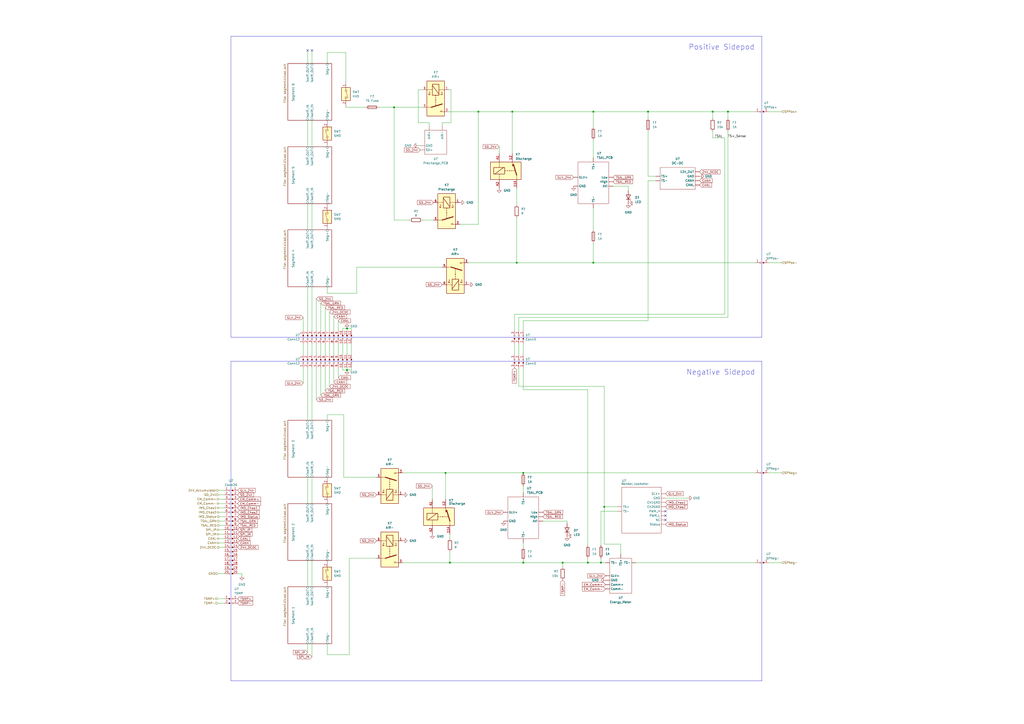
<source format=kicad_sch>
(kicad_sch (version 20230121) (generator eeschema)
  (paper "A2")
  (lib_symbols
    (symbol "Device:Fuse" (pin_numbers hide) (pin_names (offset 0))
      (property "Reference" "F" (at 2.032 0 90))
      (property "Value" "Fuse" (at -1.905 0 90))
      (symbol "Fuse_1_1"
        (pin passive line (at 0 3.81 270) (length 1.27) (name "~") (number "1"))
        (pin passive line (at 0 -3.81 90) (length 1.27) (name "~") (number "2"))
      )
    )
    (symbol "Device:LED" (pin_numbers hide) (pin_names (offset 1.016) hide)
      (property "Reference" "D" (at 0 2.54 0))
      (property "Value" "LED" (at 0 -2.54 0))
      (symbol "LED_1_1"
        (pin passive line (at -3.81 0 0) (length 2.54) (name "K") (number "1"))
        (pin passive line (at 3.81 0 180) (length 2.54) (name "A") (number "2"))
      )
    )
    (symbol "Device:R" (pin_numbers hide) (pin_names (offset 0))
      (property "Reference" "R" (at 2.032 0 90))
      (property "Value" "R" (at 0 0 90))
      (symbol "R_1_1"
        (pin passive line (at 0 3.81 270) (length 1.27) (name "~") (number "1"))
        (pin passive line (at 0 -3.81 90) (length 1.27) (name "~") (number "2"))
      )
    )
    (symbol "NER:Bender_Isometer"
      (property "Reference" "U" (at 0 3.81 0))
      (property "Value" "Bender_Isometer" (at 0 1.27 0))
      (symbol "Bender_Isometer_1_1"
        (pin bidirectional line (at 13.97 -8.89 180) (length 2.54) (name "Ch1GND") (number ""))
        (pin bidirectional line (at 13.97 -11.43 180) (length 2.54) (name "Ch2GND") (number ""))
        (pin bidirectional line (at 13.97 -3.81 180) (length 2.54) (name "GLV+") (number ""))
        (pin bidirectional line (at 13.97 -6.35 180) (length 2.54) (name "GND") (number ""))
        (pin bidirectional line (at 13.97 -19.05 180) (length 2.54) (name "NC") (number ""))
        (pin bidirectional line (at 13.97 -13.97 180) (length 2.54) (name "PWM_H") (number ""))
        (pin bidirectional line (at 13.97 -16.51 180) (length 2.54) (name "PWM_L") (number ""))
        (pin bidirectional line (at 13.97 -21.59 180) (length 2.54) (name "Status") (number ""))
        (pin bidirectional line (at -13.97 -11.43 0) (length 2.54) (name "TS+") (number ""))
        (pin bidirectional line (at -13.97 -13.97 0) (length 2.54) (name "TS-") (number ""))
      )
    )
    (symbol "NER:Conn1"
      (property "Reference" "U" (at 0 3.81 0))
      (property "Value" "Conn1" (at 0 2.54 0))
      (symbol "Conn1_1_1"
        (pin bidirectional line (at -3.81 0 0) (length 2.54) (name "") (number "1"))
        (pin bidirectional line (at 3.81 0 180) (length 2.54) (name "") (number "1"))
      )
    )
    (symbol "NER:Conn12"
      (property "Reference" "U" (at 0 3.81 0))
      (property "Value" "Conn12" (at 0 2.54 0))
      (symbol "Conn12_1_1"
        (pin bidirectional line (at -3.81 0 0) (length 2.54) (name "") (number "1"))
        (pin bidirectional line (at 3.81 0 180) (length 2.54) (name "") (number "1"))
        (pin bidirectional line (at -3.81 -22.86 0) (length 2.54) (name "") (number "10"))
        (pin bidirectional line (at 3.81 -22.86 180) (length 2.54) (name "") (number "10"))
        (pin bidirectional line (at -3.81 -25.4 0) (length 2.54) (name "") (number "11"))
        (pin bidirectional line (at 3.81 -25.4 180) (length 2.54) (name "") (number "11"))
        (pin bidirectional line (at -3.81 -27.94 0) (length 2.54) (name "") (number "12"))
        (pin bidirectional line (at 3.81 -27.94 180) (length 2.54) (name "") (number "12"))
        (pin bidirectional line (at -3.81 -2.54 0) (length 2.54) (name "") (number "2"))
        (pin bidirectional line (at 3.81 -2.54 180) (length 2.54) (name "") (number "2"))
        (pin bidirectional line (at -3.81 -5.08 0) (length 2.54) (name "") (number "3"))
        (pin bidirectional line (at 3.81 -5.08 180) (length 2.54) (name "") (number "3"))
        (pin bidirectional line (at -3.81 -7.62 0) (length 2.54) (name "") (number "4"))
        (pin bidirectional line (at 3.81 -7.62 180) (length 2.54) (name "") (number "4"))
        (pin bidirectional line (at -3.81 -10.16 0) (length 2.54) (name "") (number "5"))
        (pin bidirectional line (at 3.81 -10.16 180) (length 2.54) (name "") (number "5"))
        (pin bidirectional line (at -3.81 -12.7 0) (length 2.54) (name "") (number "6"))
        (pin bidirectional line (at 3.81 -12.7 180) (length 2.54) (name "") (number "6"))
        (pin bidirectional line (at -3.81 -15.24 0) (length 2.54) (name "") (number "7"))
        (pin bidirectional line (at 3.81 -15.24 180) (length 2.54) (name "") (number "7"))
        (pin bidirectional line (at -3.81 -17.78 0) (length 2.54) (name "") (number "8"))
        (pin bidirectional line (at 3.81 -17.78 180) (length 2.54) (name "") (number "8"))
        (pin bidirectional line (at -3.81 -20.32 0) (length 2.54) (name "") (number "9"))
        (pin bidirectional line (at 3.81 -20.32 180) (length 2.54) (name "") (number "9"))
      )
    )
    (symbol "NER:Conn2"
      (property "Reference" "U" (at 0 3.81 0))
      (property "Value" "Conn2" (at 0 2.54 0))
      (symbol "Conn2_1_1"
        (pin bidirectional line (at -3.81 0 0) (length 2.54) (name "") (number "1"))
        (pin bidirectional line (at 3.81 0 180) (length 2.54) (name "") (number "1"))
        (pin bidirectional line (at -3.81 -2.54 0) (length 2.54) (name "") (number "2"))
        (pin bidirectional line (at 3.81 -2.54 180) (length 2.54) (name "") (number "2"))
      )
    )
    (symbol "NER:Conn20"
      (property "Reference" "U" (at 0 3.81 0))
      (property "Value" "Conn20" (at 0 2.54 0))
      (symbol "Conn20_1_1"
        (pin bidirectional line (at -3.81 0 0) (length 2.54) (name "") (number "1"))
        (pin bidirectional line (at 3.81 0 180) (length 2.54) (name "") (number "1"))
        (pin bidirectional line (at -3.81 -22.86 0) (length 2.54) (name "") (number "10"))
        (pin bidirectional line (at 3.81 -22.86 180) (length 2.54) (name "") (number "10"))
        (pin bidirectional line (at -3.81 -25.4 0) (length 2.54) (name "") (number "11"))
        (pin bidirectional line (at 3.81 -25.4 180) (length 2.54) (name "") (number "11"))
        (pin bidirectional line (at -3.81 -27.94 0) (length 2.54) (name "") (number "12"))
        (pin bidirectional line (at 3.81 -27.94 180) (length 2.54) (name "") (number "12"))
        (pin bidirectional line (at -3.81 -30.48 0) (length 2.54) (name "") (number "13"))
        (pin bidirectional line (at 3.81 -30.48 180) (length 2.54) (name "") (number "13"))
        (pin bidirectional line (at -3.81 -33.02 0) (length 2.54) (name "") (number "14"))
        (pin bidirectional line (at 3.81 -33.02 180) (length 2.54) (name "") (number "14"))
        (pin bidirectional line (at -3.81 -35.56 0) (length 2.54) (name "") (number "15"))
        (pin bidirectional line (at 3.81 -35.56 180) (length 2.54) (name "") (number "15"))
        (pin bidirectional line (at -3.81 -38.1 0) (length 2.54) (name "") (number "16"))
        (pin bidirectional line (at 3.81 -38.1 180) (length 2.54) (name "") (number "16"))
        (pin bidirectional line (at -3.81 -40.64 0) (length 2.54) (name "") (number "17"))
        (pin bidirectional line (at 3.81 -40.64 180) (length 2.54) (name "") (number "17"))
        (pin bidirectional line (at -3.81 -43.18 0) (length 2.54) (name "") (number "18"))
        (pin bidirectional line (at 3.81 -43.18 180) (length 2.54) (name "") (number "18"))
        (pin bidirectional line (at -3.81 -45.72 0) (length 2.54) (name "") (number "19"))
        (pin bidirectional line (at 3.81 -45.72 180) (length 2.54) (name "") (number "19"))
        (pin bidirectional line (at -3.81 -2.54 0) (length 2.54) (name "") (number "2"))
        (pin bidirectional line (at 3.81 -2.54 180) (length 2.54) (name "") (number "2"))
        (pin bidirectional line (at -3.81 -48.26 0) (length 2.54) (name "") (number "20"))
        (pin bidirectional line (at 3.81 -48.26 180) (length 2.54) (name "") (number "20"))
        (pin bidirectional line (at -3.81 -5.08 0) (length 2.54) (name "") (number "3"))
        (pin bidirectional line (at 3.81 -5.08 180) (length 2.54) (name "") (number "3"))
        (pin bidirectional line (at -3.81 -7.62 0) (length 2.54) (name "") (number "4"))
        (pin bidirectional line (at 3.81 -7.62 180) (length 2.54) (name "") (number "4"))
        (pin bidirectional line (at -3.81 -10.16 0) (length 2.54) (name "") (number "5"))
        (pin bidirectional line (at 3.81 -10.16 180) (length 2.54) (name "") (number "5"))
        (pin bidirectional line (at -3.81 -12.7 0) (length 2.54) (name "") (number "6"))
        (pin bidirectional line (at 3.81 -12.7 180) (length 2.54) (name "") (number "6"))
        (pin bidirectional line (at -3.81 -15.24 0) (length 2.54) (name "") (number "7"))
        (pin bidirectional line (at 3.81 -15.24 180) (length 2.54) (name "") (number "7"))
        (pin bidirectional line (at -3.81 -17.78 0) (length 2.54) (name "") (number "8"))
        (pin bidirectional line (at 3.81 -17.78 180) (length 2.54) (name "") (number "8"))
        (pin bidirectional line (at -3.81 -20.32 0) (length 2.54) (name "") (number "9"))
        (pin bidirectional line (at 3.81 -20.32 180) (length 2.54) (name "") (number "9"))
      )
    )
    (symbol "NER:Conn3"
      (property "Reference" "U" (at 0 3.81 0))
      (property "Value" "Conn3" (at 0 2.54 0))
      (symbol "Conn3_1_1"
        (pin bidirectional line (at -3.81 0 0) (length 2.54) (name "") (number "1"))
        (pin bidirectional line (at 3.81 0 180) (length 2.54) (name "") (number "1"))
        (pin bidirectional line (at -3.81 -2.54 0) (length 2.54) (name "") (number "2"))
        (pin bidirectional line (at 3.81 -2.54 180) (length 2.54) (name "") (number "2"))
        (pin bidirectional line (at -3.81 -5.08 0) (length 2.54) (name "") (number "3"))
        (pin bidirectional line (at 3.81 -5.08 180) (length 2.54) (name "") (number "3"))
      )
    )
    (symbol "NER:DC-DC"
      (property "Reference" "U" (at 0 2.54 0))
      (property "Value" "DC-DC" (at 0 0 0))
      (symbol "DC-DC_1_1"
        (pin output line (at 12.7 -7.62 180) (length 2.54) (name "12V_OUT") (number ""))
        (pin output line (at 12.7 -12.7 180) (length 2.54) (name "CANH") (number ""))
        (pin output line (at 12.7 -15.24 180) (length 2.54) (name "CANL") (number ""))
        (pin output line (at 12.7 -10.16 180) (length 2.54) (name "GND") (number ""))
        (pin input line (at -12.7 -10.16 0) (length 2.54) (name "TS+") (number ""))
        (pin input line (at -12.7 -12.7 0) (length 2.54) (name "TS-") (number ""))
      )
    )
    (symbol "NER:Energy_Meter"
      (property "Reference" "U" (at 0 11.43 0))
      (property "Value" "Energy_Meter" (at 0 10.16 0))
      (symbol "Energy_Meter_1_1"
        (pin bidirectional line (at -8.89 -13.97 0) (length 2.54) (name "Comm+") (number ""))
        (pin bidirectional line (at -8.89 -16.51 0) (length 2.54) (name "Comm-") (number ""))
        (pin bidirectional line (at -8.89 -8.89 0) (length 2.54) (name "GLV+") (number ""))
        (pin bidirectional line (at -8.89 -11.43 0) (length 2.54) (name "GND") (number ""))
        (pin output line (at 0 3.81 270) (length 2.54) (name "TS+") (number ""))
        (pin input line (at -8.89 -1.27 0) (length 2.54) (name "TS-") (number ""))
        (pin output line (at 8.89 -1.27 180) (length 2.54) (name "TS-") (number ""))
      )
    )
    (symbol "NER:Precharge_PCB"
      (property "Reference" "U" (at 0 2.54 0))
      (property "Value" "Precharge_PCB" (at 0 1.27 0))
      (symbol "Precharge_PCB_1_1"
        (pin bidirectional line (at -3.81 -16.51 90) (length 2.54) (name "AIR+") (number ""))
        (pin bidirectional line (at 3.81 -16.51 90) (length 2.54) (name "AIR-") (number ""))
        (pin bidirectional line (at -8.89 -5.08 0) (length 2.54) (name "GND") (number ""))
        (pin bidirectional line (at -8.89 -2.54 0) (length 2.54) (name "SD+") (number ""))
      )
    )
    (symbol "NER:TSAL_PCB"
      (property "Reference" "U" (at 5.08 3.81 0))
      (property "Value" "TSAL_PCB" (at 5.08 1.27 0))
      (symbol "TSAL_PCB_1_1"
        (pin bidirectional line (at 11.43 -13.97 180) (length 2.54) (name "AVI") (number ""))
        (pin bidirectional line (at -11.43 -8.89 0) (length 2.54) (name "GLV+") (number ""))
        (pin bidirectional line (at -11.43 -13.97 0) (length 2.54) (name "GND") (number ""))
        (pin bidirectional line (at 11.43 -11.43 180) (length 2.54) (name "High") (number ""))
        (pin bidirectional line (at 11.43 -8.89 180) (length 2.54) (name "Low") (number ""))
        (pin bidirectional line (at 0 2.54 270) (length 2.54) (name "TS+") (number ""))
        (pin bidirectional line (at 0 -26.67 90) (length 2.54) (name "TS-") (number ""))
      )
    )
    (symbol "Relay:ADW11"
      (property "Reference" "K" (at 11.43 3.81 0))
      (property "Value" "ADW11" (at 13.97 1.27 0))
      (symbol "ADW11_1_1"
        (text "R+" (at -3.048 -3.556 0) (effects (font (size 1.016 1.016))))
        (text "S+" (at -3.048 3.556 0) (effects (font (size 1.016 1.016))))
        (pin passive line (at -5.08 7.62 270) (length 2.54) (name "~") (number "1"))
        (pin passive line (at 7.62 7.62 270) (length 2.54) (name "~") (number "3"))
        (pin passive line (at 5.08 -7.62 90) (length 2.54) (name "~") (number "5"))
        (pin passive line (at -5.08 -7.62 90) (length 2.54) (name "~") (number "6"))
      )
    )
    (symbol "Relay:RAYEX-L90B"
      (property "Reference" "K" (at 8.89 3.81 0))
      (property "Value" "RAYEX-L90B" (at 8.89 1.27 0))
      (symbol "RAYEX-L90B_1_1"
        (pin passive line (at 5.08 -10.16 90) (length 5.08) (name "~") (number "11A"))
        (pin passive line (at 5.08 -10.16 90) (length 5.08) hide (name "~") (number "11B"))
        (pin passive line (at 2.54 10.16 270) (length 5.08) (name "~") (number "12"))
        (pin passive line (at -5.08 10.16 270) (length 5.08) (name "~") (number "A1"))
        (pin passive line (at -5.08 -10.16 90) (length 5.08) (name "~") (number "A2"))
      )
    )
    (symbol "Switch:SW_DIP_x01" (pin_names (offset 0) hide)
      (property "Reference" "SW" (at 0 3.81 0))
      (property "Value" "SW_DIP_x01" (at 0 -3.81 0))
      (symbol "SW_DIP_x01_1_1"
        (pin passive line (at -7.62 0 0) (length 5.08) (name "~") (number "1"))
        (pin passive line (at 7.62 0 180) (length 5.08) (name "~") (number "2"))
      )
    )
    (symbol "TSAL_PCB_1"
      (property "Reference" "U" (at 5.08 3.81 0))
      (property "Value" "TSAL_PCB_1" (at 5.08 1.27 0))
      (symbol "TSAL_PCB_1_1_1"
        (pin bidirectional line (at 11.43 -13.97 180) (length 2.54) (name "AVI") (number ""))
        (pin bidirectional line (at -11.43 -8.89 0) (length 2.54) (name "GLV+") (number ""))
        (pin bidirectional line (at -11.43 -13.97 0) (length 2.54) (name "GND") (number ""))
        (pin bidirectional line (at 11.43 -11.43 180) (length 2.54) (name "High") (number ""))
        (pin bidirectional line (at 11.43 -8.89 180) (length 2.54) (name "Low") (number ""))
        (pin bidirectional line (at 0 2.54 270) (length 2.54) (name "TS+") (number ""))
        (pin bidirectional line (at 0 -26.67 90) (length 2.54) (name "TS-") (number ""))
      )
    )
    (symbol "power:GND" (power) (pin_names (offset 0))
      (property "Value" "GND" (at 0 -3.81 0))
      (symbol "GND_1_1"
        (pin power_in line (at 0 0 270) (length 0) hide (name "GND") (number "1"))
      )
    )
  )
  (junction (at 340.995 326.39))
  (junction (at 303.53 326.39))
  (junction (at 350.52 294.005))
  (junction (at 228.6 62.23))
  (junction (at 258.445 274.32))
  (junction (at 413.385 64.77))
  (junction (at 201.295 190.5))
  (junction (at 277.495 64.77))
  (junction (at 344.17 152.4))
  (junction (at 422.275 64.77))
  (junction (at 344.17 64.77))
  (junction (at 297.18 64.77))
  (junction (at 299.72 152.4))
  (junction (at 260.985 326.39))
  (junction (at 348.615 326.39))
  (junction (at 201.295 214.63))
  (junction (at 326.39 326.39))
  (junction (at 303.53 274.32))
  (junction (at 375.92 64.77))
  (no_connect (at 386.08 301.625))
  (no_connect (at 386.08 299.085))
  (no_connect (at 386.08 296.545))
  (no_connect (at 178.435 29.21))
  (no_connect (at 180.975 29.21))
  (wire (pts (xy 180.975 276.86) (xy 180.975 292.1)))
  (wire (pts (xy 180.975 69.85) (xy 180.975 85.09)))
  (wire (pts (xy 127 287.02) (xy 130.175 287.02)))
  (wire (pts (xy 207.01 154.94) (xy 256.54 154.94)))
  (wire (pts (xy 303.53 314.96) (xy 303.53 317.5)))
  (wire (pts (xy 348.615 296.545) (xy 358.14 296.545)))
  (wire (pts (xy 375.92 68.58) (xy 375.92 64.77)))
  (wire (pts (xy 344.17 64.77) (xy 344.17 73.66)))
  (wire (pts (xy 328.93 302.26) (xy 328.93 303.53)))
  (wire (pts (xy 303.53 186.055) (xy 303.53 191.77)))
  (wire (pts (xy 350.52 294.005) (xy 350.52 224.155)))
  (wire (pts (xy 303.53 226.06) (xy 340.995 226.06)))
  (wire (pts (xy 189.865 379.73) (xy 189.865 373.38)))
  (wire (pts (xy 178.435 213.36) (xy 178.435 243.84)))
  (wire (pts (xy 422.275 64.77) (xy 438.15 64.77)))
  (wire (pts (xy 186.055 213.36) (xy 186.055 229.235)))
  (wire (pts (xy 348.615 296.545) (xy 348.615 316.23)))
  (wire (pts (xy 127 294.64) (xy 130.175 294.64)))
  (wire (pts (xy 127 312.42) (xy 130.175 312.42)))
  (wire (pts (xy 202.565 379.73) (xy 189.865 379.73)))
  (wire (pts (xy 326.39 326.39) (xy 340.995 326.39)))
  (wire (pts (xy 266.7 130.175) (xy 277.495 130.175)))
  (wire (pts (xy 219.71 62.23) (xy 228.6 62.23)))
  (wire (pts (xy 260.985 309.88) (xy 260.985 312.42)))
  (wire (pts (xy 186.055 199.39) (xy 186.055 205.74)))
  (wire (pts (xy 178.435 276.86) (xy 178.435 292.1)))
  (wire (pts (xy 201.295 199.39) (xy 201.295 205.74)))
  (wire (pts (xy 375.92 104.775) (xy 375.92 186.055)))
  (wire (pts (xy 199.39 240.665) (xy 189.865 240.665)))
  (wire (pts (xy 413.385 80.01) (xy 420.37 80.01)))
  (wire (pts (xy 201.295 190.5) (xy 198.755 190.5)))
  (wire (pts (xy 180.975 213.36) (xy 180.975 243.84)))
  (wire (pts (xy 413.385 64.77) (xy 422.275 64.77)))
  (wire (pts (xy 189.865 170.18) (xy 207.01 170.18)))
  (wire (pts (xy 297.18 64.77) (xy 297.18 88.9)))
  (wire (pts (xy 299.72 126.365) (xy 299.72 152.4)))
  (wire (pts (xy 180.975 325.12) (xy 180.975 340.36)))
  (wire (pts (xy 350.52 315.595) (xy 350.52 294.005)))
  (wire (pts (xy 445.77 64.77) (xy 453.39 64.77)))
  (polyline (pts (xy 441.96 195.58) (xy 441.96 20.955)))
  (wire (pts (xy 261.62 52.07) (xy 260.35 52.07)))
  (wire (pts (xy 380.365 102.235) (xy 375.92 102.235)))
  (wire (pts (xy 350.52 294.005) (xy 358.14 294.005)))
  (wire (pts (xy 355.6 107.95) (xy 364.49 107.95)))
  (wire (pts (xy 196.215 219.075) (xy 196.215 213.36)))
  (wire (pts (xy 344.17 81.28) (xy 344.17 91.44)))
  (wire (pts (xy 178.435 373.38) (xy 178.435 378.46)))
  (wire (pts (xy 193.675 183.515) (xy 193.675 191.77)))
  (wire (pts (xy 127 317.5) (xy 130.175 317.5)))
  (wire (pts (xy 422.275 64.77) (xy 422.275 68.58)))
  (wire (pts (xy 126.365 349.885) (xy 130.175 349.885)))
  (wire (pts (xy 445.77 326.39) (xy 453.39 326.39)))
  (polyline (pts (xy 441.96 209.55) (xy 441.96 394.97)))
  (wire (pts (xy 193.675 199.39) (xy 193.675 205.74)))
  (wire (pts (xy 228.6 127.635) (xy 237.49 127.635)))
  (wire (pts (xy 260.985 320.04) (xy 260.985 326.39)))
  (wire (pts (xy 175.895 199.39) (xy 175.895 205.74)))
  (wire (pts (xy 183.515 213.36) (xy 183.515 231.775)))
  (wire (pts (xy 178.435 199.39) (xy 178.435 205.74)))
  (wire (pts (xy 413.385 64.77) (xy 413.385 68.58)))
  (wire (pts (xy 368.935 326.39) (xy 438.15 326.39)))
  (wire (pts (xy 198.755 199.39) (xy 198.755 205.74)))
  (wire (pts (xy 242.57 52.07) (xy 245.11 52.07)))
  (wire (pts (xy 242.57 71.12) (xy 242.57 52.07)))
  (wire (pts (xy 360.045 315.595) (xy 350.52 315.595)))
  (wire (pts (xy 261.62 71.12) (xy 261.62 52.07)))
  (wire (pts (xy 127 299.72) (xy 130.175 299.72)))
  (polyline (pts (xy 133.985 20.955) (xy 133.985 195.58)))
  (wire (pts (xy 127 289.56) (xy 130.175 289.56)))
  (wire (pts (xy 127 297.18) (xy 130.175 297.18)))
  (wire (pts (xy 445.77 152.4) (xy 453.39 152.4)))
  (wire (pts (xy 127 302.26) (xy 130.175 302.26)))
  (wire (pts (xy 200.66 30.48) (xy 200.66 46.99)))
  (wire (pts (xy 340.995 323.85) (xy 340.995 326.39)))
  (wire (pts (xy 348.615 326.39) (xy 351.155 326.39)))
  (wire (pts (xy 375.92 64.77) (xy 413.385 64.77)))
  (wire (pts (xy 183.515 173.355) (xy 183.515 191.77)))
  (wire (pts (xy 126.365 332.74) (xy 130.175 332.74)))
  (wire (pts (xy 203.835 199.39) (xy 203.835 205.74)))
  (wire (pts (xy 256.54 71.12) (xy 256.54 73.025)))
  (wire (pts (xy 140.335 332.74) (xy 137.795 332.74)))
  (wire (pts (xy 191.135 199.39) (xy 191.135 205.74)))
  (wire (pts (xy 183.515 199.39) (xy 183.515 205.74)))
  (wire (pts (xy 300.99 184.15) (xy 300.99 191.77)))
  (wire (pts (xy 299.72 152.4) (xy 344.17 152.4)))
  (wire (pts (xy 380.365 104.775) (xy 375.92 104.775)))
  (wire (pts (xy 340.995 326.39) (xy 348.615 326.39)))
  (polyline (pts (xy 133.985 20.955) (xy 441.96 20.955)))
  (wire (pts (xy 189.865 166.37) (xy 189.865 170.18)))
  (polyline (pts (xy 133.985 195.58) (xy 441.96 195.58)))
  (wire (pts (xy 298.45 182.245) (xy 420.37 182.245)))
  (wire (pts (xy 289.56 85.09) (xy 289.56 88.9)))
  (wire (pts (xy 299.72 118.745) (xy 299.72 109.22)))
  (wire (pts (xy 193.675 221.615) (xy 193.675 213.36)))
  (wire (pts (xy 140.335 334.01) (xy 140.335 332.74)))
  (wire (pts (xy 228.6 62.23) (xy 245.11 62.23)))
  (wire (pts (xy 188.595 199.39) (xy 188.595 205.74)))
  (wire (pts (xy 256.54 71.12) (xy 261.62 71.12)))
  (wire (pts (xy 191.135 180.975) (xy 191.135 191.77)))
  (polyline (pts (xy 441.96 394.97) (xy 133.985 394.97)))
  (wire (pts (xy 233.68 274.32) (xy 258.445 274.32)))
  (wire (pts (xy 175.895 213.36) (xy 175.895 222.25)))
  (wire (pts (xy 303.53 199.39) (xy 303.53 205.74)))
  (wire (pts (xy 398.78 288.925) (xy 386.08 288.925)))
  (wire (pts (xy 127 314.96) (xy 130.175 314.96)))
  (wire (pts (xy 196.215 186.055) (xy 196.215 191.77)))
  (wire (pts (xy 298.45 199.39) (xy 298.45 205.74)))
  (wire (pts (xy 348.615 323.85) (xy 348.615 326.39)))
  (wire (pts (xy 180.975 199.39) (xy 180.975 205.74)))
  (wire (pts (xy 203.835 190.5) (xy 203.835 191.77)))
  (wire (pts (xy 178.435 166.37) (xy 178.435 191.77)))
  (wire (pts (xy 198.755 214.63) (xy 198.755 213.36)))
  (wire (pts (xy 233.68 326.39) (xy 260.985 326.39)))
  (wire (pts (xy 180.975 373.38) (xy 180.975 381)))
  (wire (pts (xy 201.295 214.63) (xy 198.755 214.63)))
  (wire (pts (xy 188.595 213.36) (xy 188.595 226.695)))
  (wire (pts (xy 178.435 118.11) (xy 178.435 133.35)))
  (wire (pts (xy 189.865 30.48) (xy 189.865 36.83)))
  (wire (pts (xy 413.385 76.2) (xy 413.385 80.01)))
  (wire (pts (xy 344.17 64.77) (xy 375.92 64.77)))
  (wire (pts (xy 258.445 274.32) (xy 258.445 289.56)))
  (wire (pts (xy 303.53 274.32) (xy 438.15 274.32)))
  (wire (pts (xy 344.17 120.65) (xy 344.17 133.35)))
  (wire (pts (xy 188.595 178.435) (xy 188.595 191.77)))
  (wire (pts (xy 375.92 186.055) (xy 303.53 186.055)))
  (wire (pts (xy 364.49 107.95) (xy 364.49 110.49)))
  (wire (pts (xy 198.755 190.5) (xy 198.755 191.77)))
  (wire (pts (xy 127 304.8) (xy 130.175 304.8)))
  (wire (pts (xy 350.52 224.155) (xy 300.99 224.155)))
  (wire (pts (xy 127 284.48) (xy 130.175 284.48)))
  (wire (pts (xy 242.57 84.455) (xy 243.84 84.455)))
  (wire (pts (xy 199.39 276.86) (xy 199.39 240.665)))
  (polyline (pts (xy 133.985 209.55) (xy 441.96 209.55)))
  (wire (pts (xy 186.055 175.895) (xy 186.055 191.77)))
  (wire (pts (xy 178.435 325.12) (xy 178.435 340.36)))
  (wire (pts (xy 196.215 199.39) (xy 196.215 205.74)))
  (wire (pts (xy 201.295 214.63) (xy 201.295 213.36)))
  (wire (pts (xy 178.435 29.21) (xy 178.435 36.83)))
  (wire (pts (xy 199.39 276.86) (xy 218.44 276.86)))
  (wire (pts (xy 422.275 184.15) (xy 300.99 184.15)))
  (wire (pts (xy 303.53 213.36) (xy 303.53 226.06)))
  (wire (pts (xy 344.17 140.97) (xy 344.17 152.4)))
  (wire (pts (xy 445.77 274.32) (xy 453.39 274.32)))
  (wire (pts (xy 297.18 64.77) (xy 344.17 64.77)))
  (wire (pts (xy 258.445 274.32) (xy 303.53 274.32)))
  (wire (pts (xy 127 309.88) (xy 130.175 309.88)))
  (wire (pts (xy 200.66 62.23) (xy 212.09 62.23)))
  (wire (pts (xy 178.435 69.85) (xy 178.435 85.09)))
  (wire (pts (xy 175.895 184.15) (xy 175.895 191.77)))
  (wire (pts (xy 314.96 302.26) (xy 328.93 302.26)))
  (wire (pts (xy 228.6 62.23) (xy 228.6 127.635)))
  (wire (pts (xy 260.35 64.77) (xy 277.495 64.77)))
  (wire (pts (xy 126.365 347.345) (xy 130.175 347.345)))
  (wire (pts (xy 340.995 226.06) (xy 340.995 316.23)))
  (wire (pts (xy 303.53 326.39) (xy 260.985 326.39)))
  (wire (pts (xy 375.92 102.235) (xy 375.92 76.2)))
  (wire (pts (xy 180.975 166.37) (xy 180.975 191.77)))
  (wire (pts (xy 271.78 152.4) (xy 299.72 152.4)))
  (wire (pts (xy 298.45 182.245) (xy 298.45 191.77)))
  (wire (pts (xy 245.11 127.635) (xy 251.46 127.635)))
  (wire (pts (xy 248.92 71.12) (xy 242.57 71.12)))
  (wire (pts (xy 300.99 199.39) (xy 300.99 205.74)))
  (polyline (pts (xy 133.985 209.55) (xy 133.985 394.97)))
  (wire (pts (xy 420.37 80.01) (xy 420.37 182.245)))
  (wire (pts (xy 180.975 118.11) (xy 180.975 133.35)))
  (wire (pts (xy 191.135 224.155) (xy 191.135 213.36)))
  (wire (pts (xy 202.565 323.85) (xy 202.565 379.73)))
  (wire (pts (xy 201.295 214.63) (xy 203.835 214.63)))
  (wire (pts (xy 203.835 214.63) (xy 203.835 213.36)))
  (wire (pts (xy 277.495 64.77) (xy 297.18 64.77)))
  (wire (pts (xy 127 292.1) (xy 130.175 292.1)))
  (wire (pts (xy 326.39 326.39) (xy 303.53 326.39)))
  (wire (pts (xy 207.01 154.94) (xy 207.01 170.18)))
  (wire (pts (xy 202.565 323.85) (xy 218.44 323.85)))
  (wire (pts (xy 360.045 315.595) (xy 360.045 321.31)))
  (wire (pts (xy 127 307.34) (xy 130.175 307.34)))
  (wire (pts (xy 277.495 64.77) (xy 277.495 130.175)))
  (wire (pts (xy 303.53 281.94) (xy 303.53 285.75)))
  (wire (pts (xy 303.53 325.12) (xy 303.53 326.39)))
  (wire (pts (xy 344.17 152.4) (xy 438.15 152.4)))
  (wire (pts (xy 326.39 326.39) (xy 326.39 328.93)))
  (wire (pts (xy 422.275 76.2) (xy 422.275 184.15)))
  (wire (pts (xy 189.865 240.665) (xy 189.865 243.84)))
  (wire (pts (xy 248.92 71.12) (xy 248.92 73.025)))
  (wire (pts (xy 201.295 190.5) (xy 203.835 190.5)))
  (wire (pts (xy 201.295 190.5) (xy 201.295 191.77)))
  (wire (pts (xy 250.825 281.94) (xy 250.825 289.56)))
  (wire (pts (xy 189.865 30.48) (xy 200.66 30.48)))
  (wire (pts (xy 180.975 29.21) (xy 180.975 36.83)))
  (wire (pts (xy 300.99 224.155) (xy 300.99 213.36)))
  (text "Positive Sidepod" (at 399.415 29.21 0) (effects (font (size 3.048 3.048)) (justify left bottom)))
  (text "Negative Sidepod" (at 398.145 217.805 0) (effects (font (size 3.048 3.048)) (justify left bottom)))
  (label "TSAL" (at 414.655 80.01 0))
  (label "TS+_Sense" (at 422.275 80.01 0))
  (global_label "IMD_Chas1" (shape input) (at 386.08 291.465 0) (property "Intersheetrefs" "${INTERSHEET_REFS}" (effects hide)))
  (global_label "GLV_24V" (shape input) (at 292.1 297.18 180) (property "Intersheetrefs" "${INTERSHEET_REFS}" (effects hide)))
  (global_label "CANL" (shape input) (at 405.765 107.315 0) (property "Intersheetrefs" "${INTERSHEET_REFS}" (effects hide)))
  (global_label "SD_24V" (shape input) (at 183.515 173.355 0) (property "Intersheetrefs" "${INTERSHEET_REFS}" (effects hide)))
  (global_label "SD_24V" (shape input) (at 250.825 281.94 180) (property "Intersheetrefs" "${INTERSHEET_REFS}" (effects hide)))
  (global_label "SD_24V" (shape input) (at 218.44 287.02 180) (property "Intersheetrefs" "${INTERSHEET_REFS}" (effects hide)))
  (global_label "GLV_24V" (shape input) (at 351.155 334.01 180) (property "Intersheetrefs" "${INTERSHEET_REFS}" (effects hide)))
  (global_label "CANH" (shape input) (at 137.795 314.96 0) (property "Intersheetrefs" "${INTERSHEET_REFS}" (effects hide)))
  (global_label "TSAL_RED" (shape input) (at 188.595 226.695 0) (property "Intersheetrefs" "${INTERSHEET_REFS}" (effects hide)))
  (global_label "IMD_Chas2" (shape input) (at 386.08 294.005 0) (property "Intersheetrefs" "${INTERSHEET_REFS}" (effects hide)))
  (global_label "SD_24V" (shape input) (at 137.795 287.02 0) (property "Intersheetrefs" "${INTERSHEET_REFS}" (effects hide)))
  (global_label "EM_Comm-" (shape input) (at 137.795 292.1 0) (property "Intersheetrefs" "${INTERSHEET_REFS}" (effects hide)))
  (global_label "GLV_24V" (shape input) (at 175.895 184.15 180) (property "Intersheetrefs" "${INTERSHEET_REFS}" (effects hide)))
  (global_label "GLV_24V" (shape input) (at 137.795 284.48 0) (property "Intersheetrefs" "${INTERSHEET_REFS}" (effects hide)))
  (global_label "EM_Comm+" (shape input) (at 351.155 339.09 180) (property "Intersheetrefs" "${INTERSHEET_REFS}" (effects hide)))
  (global_label "TSMP+" (shape input) (at 137.795 347.345 0) (property "Intersheetrefs" "${INTERSHEET_REFS}" (effects hide)))
  (global_label "SD_24V" (shape input) (at 183.515 231.775 0) (property "Intersheetrefs" "${INTERSHEET_REFS}" (effects hide)))
  (global_label "SPI_IM" (shape input) (at 137.795 309.88 0) (property "Intersheetrefs" "${INTERSHEET_REFS}" (effects hide)))
  (global_label "TSAL_GRN" (shape input) (at 355.6 102.87 0) (property "Intersheetrefs" "${INTERSHEET_REFS}" (effects hide)))
  (global_label "SPI_IP" (shape input) (at 178.435 378.46 180) (property "Intersheetrefs" "${INTERSHEET_REFS}" (effects hide)))
  (global_label "TSMP-" (shape input) (at 326.39 336.55 270) (property "Intersheetrefs" "${INTERSHEET_REFS}" (effects hide)))
  (global_label "IMD_Status" (shape input) (at 137.795 299.72 0) (property "Intersheetrefs" "${INTERSHEET_REFS}" (effects hide)))
  (global_label "24V_DCDC" (shape input) (at 191.135 180.975 0) (property "Intersheetrefs" "${INTERSHEET_REFS}" (effects hide)))
  (global_label "SD_24V" (shape input) (at 218.44 313.69 180) (property "Intersheetrefs" "${INTERSHEET_REFS}" (effects hide)))
  (global_label "SD_24V" (shape input) (at 243.84 86.995 180) (property "Intersheetrefs" "${INTERSHEET_REFS}" (effects hide)))
  (global_label "CANH" (shape input) (at 193.675 221.615 0) (property "Intersheetrefs" "${INTERSHEET_REFS}" (effects hide)))
  (global_label "EM_Comm-" (shape input) (at 351.155 341.63 180) (property "Intersheetrefs" "${INTERSHEET_REFS}" (effects hide)))
  (global_label "IMD_Chas1" (shape input) (at 137.795 294.64 0) (property "Intersheetrefs" "${INTERSHEET_REFS}" (effects hide)))
  (global_label "IMD_Status" (shape input) (at 386.08 304.165 0) (property "Intersheetrefs" "${INTERSHEET_REFS}" (effects hide)))
  (global_label "GLV_24V" (shape input) (at 386.08 286.385 0) (property "Intersheetrefs" "${INTERSHEET_REFS}" (effects hide)))
  (global_label "SD_24V" (shape input) (at 251.46 117.475 180) (property "Intersheetrefs" "${INTERSHEET_REFS}" (effects hide)))
  (global_label "CANH" (shape input) (at 405.765 104.775 0) (property "Intersheetrefs" "${INTERSHEET_REFS}" (effects hide)))
  (global_label "CANL" (shape input) (at 196.215 219.075 0) (property "Intersheetrefs" "${INTERSHEET_REFS}" (effects hide)))
  (global_label "SD_24V" (shape input) (at 289.56 85.09 180) (property "Intersheetrefs" "${INTERSHEET_REFS}" (effects hide)))
  (global_label "CANH" (shape input) (at 193.675 183.515 0) (property "Intersheetrefs" "${INTERSHEET_REFS}" (effects hide)))
  (global_label "24V_DCDC" (shape input) (at 137.795 317.5 0) (property "Intersheetrefs" "${INTERSHEET_REFS}" (effects hide)))
  (global_label "GLV_24V" (shape input) (at 332.74 102.87 180) (property "Intersheetrefs" "${INTERSHEET_REFS}" (effects hide)))
  (global_label "IMD_Chas2" (shape input) (at 137.795 297.18 0) (property "Intersheetrefs" "${INTERSHEET_REFS}" (effects hide)))
  (global_label "TSAL_GRN" (shape input) (at 186.055 175.895 0) (property "Intersheetrefs" "${INTERSHEET_REFS}" (effects hide)))
  (global_label "SD_24V" (shape input) (at 256.54 165.1 180) (property "Intersheetrefs" "${INTERSHEET_REFS}" (effects hide)))
  (global_label "EM_Comm+" (shape input) (at 137.795 289.56 0) (property "Intersheetrefs" "${INTERSHEET_REFS}" (effects hide)))
  (global_label "24V_DCDC" (shape input) (at 191.135 224.155 0) (property "Intersheetrefs" "${INTERSHEET_REFS}" (effects hide)))
  (global_label "TSAL_RED" (shape input) (at 188.595 178.435 0) (property "Intersheetrefs" "${INTERSHEET_REFS}" (effects hide)))
  (global_label "SPI_IM" (shape input) (at 180.975 381 180) (property "Intersheetrefs" "${INTERSHEET_REFS}" (effects hide)))
  (global_label "CANL" (shape input) (at 137.795 312.42 0) (property "Intersheetrefs" "${INTERSHEET_REFS}" (effects hide)))
  (global_label "GLV_24V" (shape input) (at 175.895 222.25 180) (property "Intersheetrefs" "${INTERSHEET_REFS}" (effects hide)))
  (global_label "TSAL_GRN" (shape input) (at 314.96 297.18 0) (property "Intersheetrefs" "${INTERSHEET_REFS}" (effects hide)))
  (global_label "TSAL_RED" (shape input) (at 137.795 304.8 0) (property "Intersheetrefs" "${INTERSHEET_REFS}" (effects hide)))
  (global_label "24V_DCDC" (shape input) (at 405.765 99.695 0) (property "Intersheetrefs" "${INTERSHEET_REFS}" (effects hide)))
  (global_label "TSAL_RED" (shape input) (at 355.6 105.41 0) (property "Intersheetrefs" "${INTERSHEET_REFS}" (effects hide)))
  (global_label "SPI_IP" (shape input) (at 137.795 307.34 0) (property "Intersheetrefs" "${INTERSHEET_REFS}" (effects hide)))
  (global_label "TSAL_GRN" (shape input) (at 186.055 229.235 0) (property "Intersheetrefs" "${INTERSHEET_REFS}" (effects hide)))
  (global_label "TSAL_RED" (shape input) (at 314.96 299.72 0) (property "Intersheetrefs" "${INTERSHEET_REFS}" (effects hide)))
  (global_label "CANL" (shape input) (at 196.215 186.055 0) (property "Intersheetrefs" "${INTERSHEET_REFS}" (effects hide)))
  (global_label "TSMP+" (shape input) (at 298.45 213.36 270) (property "Intersheetrefs" "${INTERSHEET_REFS}" (effects hide)))
  (global_label "TSMP-" (shape input) (at 137.795 349.885 0) (property "Intersheetrefs" "${INTERSHEET_REFS}" (effects hide)))
  (global_label "TSAL_GRN" (shape input) (at 137.795 302.26 0) (property "Intersheetrefs" "${INTERSHEET_REFS}" (effects hide)))
  (hierarchical_label "SPI_IP" (shape bidirectional) (at 127 307.34 180))
  (hierarchical_label "IMD_Status" (shape output) (at 127 299.72 180))
  (hierarchical_label "SPPos-" (shape input) (at 453.39 152.4 0))
  (hierarchical_label "TSAL_RED" (shape output) (at 127 304.8 180))
  (hierarchical_label "24V_DCDC" (shape output) (at 127 317.5 180))
  (hierarchical_label "IMD_Chas2" (shape bidirectional) (at 127 297.18 180))
  (hierarchical_label "CANL" (shape bidirectional) (at 127 312.42 180))
  (hierarchical_label "SPNeg-" (shape input) (at 453.39 326.39 0))
  (hierarchical_label "SPI_IM" (shape bidirectional) (at 127 309.88 180))
  (hierarchical_label "SPNeg+" (shape input) (at 453.39 274.32 0))
  (hierarchical_label "TSMP+" (shape input) (at 126.365 347.345 180))
  (hierarchical_label "24V_Accumulator" (shape input) (at 127 284.48 180))
  (hierarchical_label "CANH" (shape bidirectional) (at 127 314.96 180))
  (hierarchical_label "EM_Comm+" (shape bidirectional) (at 127 289.56 180))
  (hierarchical_label "IMS_Chas1" (shape bidirectional) (at 127 294.64 180))
  (hierarchical_label "TSMP-" (shape input) (at 126.365 349.885 180))
  (hierarchical_label "SPPos+" (shape input) (at 453.39 64.77 0))
  (hierarchical_label "SD_24V" (shape input) (at 127 287.02 180))
  (hierarchical_label "TSAL_GRN" (shape output) (at 127 302.26 180))
  (hierarchical_label "GND" (shape input) (at 126.365 332.74 180))
  (hierarchical_label "EM_Comm-" (shape bidirectional) (at 127 292.1 180))
  (symbol (lib_id "NER:Bender_Isometer") (at 372.11 282.575 0) (unit 1)
    (property "Reference" "U?" (at 361.95 278.765 0))
    (property "Value" "Bender_Isometer" (at 368.3 280.67 0))
    (instances (project "NER22A" (path "" (reference "U?") (unit 1)) (path "" (reference "U18") (unit 1))))
  )
  (symbol (lib_id "Device:Fuse") (at 344.17 77.47 0) (unit 1)
    (property "Reference" "F?" (at 346.71 76.1999 0) (effects (justify left)))
    (property "Value" "1A" (at 346.71 78.7399 0) (effects (justify left)))
    (instances (project "NER22A" (path "" (reference "F?") (unit 1)) (path "" (reference "F619") (unit 1))))
  )
  (symbol (lib_id "NER:Conn3") (at 303.53 209.55 270) (unit 1)
    (property "Reference" "U?" (at 304.8 208.2799 90) (effects (justify left)))
    (property "Value" "Conn3" (at 304.8 210.8199 90) (effects (justify left)))
    (instances (project "NER22A" (path "" (reference "U?") (unit 1)) (path "" (reference "U14") (unit 1))))
  )
  (symbol (lib_id "NER:Conn1") (at 441.96 274.32 0) (unit 1)
    (property "Reference" "U?" (at 445.77 269.24 0))
    (property "Value" "SPNeg+" (at 448.31 271.78 0))
    (instances (project "NER22A" (path "" (reference "U?") (unit 1)) (path "" (reference "U22") (unit 1))))
  )
  (symbol (lib_id "power:GND") (at 292.1 302.26 0) (unit 1)
    (property "Reference" "#PWR?" (effects hide))
    (property "Value" "GND" (at 292.1 307.34 0))
    (instances (project "NER22A" (path "" (reference "#PWR?") (unit 1)) (path "" (reference "#PWR011") (unit 1))))
  )
  (symbol (lib_id "Device:Fuse") (at 422.275 72.39 180) (unit 1)
    (property "Reference" "F?" (at 424.815 71.1199 0) (effects (justify right)))
    (property "Value" "1A" (at 424.815 73.6599 0) (effects (justify right)))
    (instances (project "NER22A" (path "" (reference "F?") (unit 1)) (path "" (reference "F623") (unit 1))))
  )
  (symbol (lib_id "power:GND") (at 351.155 336.55 270) (unit 1)
    (property "Reference" "#PWR?" (effects hide))
    (property "Value" "GND" (at 347.345 336.5499 90) (effects (justify right)))
    (instances (project "NER22A" (path "" (reference "#PWR?") (unit 1)) (path "" (reference "#PWR014") (unit 1))))
  )
  (symbol (lib_id "NER:Conn12") (at 175.895 195.58 90) (unit 1)
    (property "Reference" "U?" (at 173.99 194.3099 90) (effects (justify left)))
    (property "Value" "Conn12" (at 173.99 196.8499 90) (effects (justify left)))
    (instances (project "NER22A" (path "" (reference "U?") (unit 1)) (path "" (reference "U10") (unit 1))))
  )
  (symbol (lib_id "Device:Fuse") (at 303.53 278.13 0) (unit 1)
    (property "Reference" "F?" (at 306.07 276.8599 0) (effects (justify left)))
    (property "Value" "1A" (at 306.07 279.3999 0) (effects (justify left)))
    (instances (project "NER22A" (path "" (reference "F?") (unit 1)) (path "" (reference "F616") (unit 1))))
  )
  (symbol (lib_id "Relay:ADW11") (at 252.73 57.15 270) (unit 1)
    (property "Reference" "K?" (at 252.73 41.91 90))
    (property "Value" "AIR+" (at 252.73 44.45 90))
    (property "Footprint" "Relay_THT:Relay_1P1T_NO_10x24x18.8mm_Panasonic_ADW11xxxxW_THT" (effects hide))
    (property "Datasheet" "https://www.panasonic-electric-works.com/pew/es/downloads/ds_dw_hl_en.pdf" (effects hide))
    (instances (project "NER22A" (path "" (reference "K?") (unit 1)) (path "" (reference "K3") (unit 1))))
  )
  (symbol (lib_id "Device:R") (at 260.985 316.23 0) (unit 1)
    (property "Reference" "R?" (at 263.525 314.9599 0) (effects (justify left)))
    (property "Value" "R" (at 263.525 317.4999 0) (effects (justify left)))
    (instances (project "NER22A" (path "" (reference "R?") (unit 1)) (path "" (reference "R3") (unit 1))))
  )
  (symbol (lib_id "power:GND") (at 271.78 165.1 90) (unit 1)
    (property "Reference" "#PWR?" (effects hide))
    (property "Value" "GND" (at 275.59 165.0999 90) (effects (justify right)))
    (instances (project "NER22A" (path "" (reference "#PWR?") (unit 1)) (path "" (reference "#PWR09") (unit 1))))
  )
  (symbol (lib_id "NER:Energy_Meter") (at 360.045 325.12 0) (unit 1)
    (property "Reference" "U?" (at 360.045 346.71 0))
    (property "Value" "Energy_Meter" (at 360.045 349.25 0))
    (instances (project "NER22A" (path "" (reference "U?") (unit 1)) (path "" (reference "U17") (unit 1))))
  )
  (symbol (lib_id "power:GND") (at 201.295 190.5 180) (unit 1)
    (property "Reference" "#PWR?" (effects hide))
    (property "Value" "GND" (at 203.2 189.2299 0) (effects (justify right)))
    (instances (project "NER22A" (path "" (reference "#PWR?") (unit 1)) (path "" (reference "#PWR02") (unit 1))))
  )
  (symbol (lib_id "Switch:SW_DIP_x01") (at 200.66 54.61 270) (unit 1)
    (property "Reference" "SW?" (at 204.47 53.3399 90) (effects (justify left)))
    (property "Value" "HVD" (at 204.47 55.8799 90) (effects (justify left)))
    (instances (project "NER22A" (path "" (reference "SW?") (unit 1)) (path "" (reference "SW11") (unit 1))))
  )
  (symbol (lib_id "power:GND") (at 201.295 214.63 0) (mirror y) (unit 1)
    (property "Reference" "#PWR?" (effects hide))
    (property "Value" "GND" (at 203.2 215.9001 0) (effects (justify right)))
    (instances (project "NER22A" (path "" (reference "#PWR?") (unit 1)) (path "" (reference "#PWR03") (unit 1))))
  )
  (symbol (lib_id "Device:Fuse") (at 303.53 321.31 0) (unit 1)
    (property "Reference" "F?" (at 306.07 320.0399 0) (effects (justify left)))
    (property "Value" "1A" (at 306.07 322.5799 0) (effects (justify left)))
    (instances (project "NER22A" (path "" (reference "F?") (unit 1)) (path "" (reference "F617") (unit 1))))
  )
  (symbol (lib_id "power:GND") (at 242.57 84.455 270) (unit 1)
    (property "Reference" "#PWR?" (effects hide))
    (property "Value" "GND" (at 238.76 84.4549 90) (effects (justify right)))
    (instances (project "NER22A" (path "" (reference "#PWR?") (unit 1)) (path "" (reference "#PWR06") (unit 1))))
  )
  (symbol (lib_id "power:GND") (at 398.78 288.925 90) (unit 1)
    (property "Reference" "#PWR?" (effects hide))
    (property "Value" "GND" (at 401.955 288.925 90) (effects (justify right)))
    (instances (project "NER22A" (path "" (reference "#PWR?") (unit 1)) (path "" (reference "#PWR016") (unit 1))))
  )
  (symbol (lib_id "NER:Conn1") (at 441.96 326.39 0) (unit 1)
    (property "Reference" "U?" (at 445.77 321.31 0))
    (property "Value" "SPNeg-" (at 448.31 323.85 0))
    (instances (project "NER22A" (path "" (reference "U?") (unit 1)) (path "" (reference "U23") (unit 1))))
  )
  (symbol (lib_id "NER:DC-DC") (at 393.065 92.075 0) (unit 1)
    (property "Reference" "U?" (at 393.065 92.075 0))
    (property "Value" "DC-DC" (at 393.065 94.615 0))
    (instances (project "NER22A" (path "" (reference "U?") (unit 1)) (path "" (reference "U19") (unit 1))))
  )
  (symbol (lib_id "power:GND") (at 233.68 313.69 90) (unit 1)
    (property "Reference" "#PWR?" (effects hide))
    (property "Value" "GND" (at 237.49 313.6899 90) (effects (justify right)))
    (instances (project "NER22A" (path "" (reference "#PWR?") (unit 1)) (path "" (reference "#PWR05") (unit 1))))
  )
  (symbol (lib_id "NER:Conn12") (at 175.895 209.55 90) (unit 1)
    (property "Reference" "U?" (at 173.99 208.2799 90) (effects (justify left)))
    (property "Value" "Conn12" (at 173.99 210.8199 90) (effects (justify left)))
    (instances (project "NER22A" (path "" (reference "U?") (unit 1)) (path "" (reference "U11") (unit 1))))
  )
  (symbol (lib_id "power:GND") (at 140.335 334.01 0) (unit 1)
    (property "Reference" "#PWR?" (effects hide))
    (property "Value" "GND" (at 140.335 339.09 0))
    (instances (project "NER22A" (path "" (reference "#PWR?") (unit 1)) (path "" (reference "#PWR01") (unit 1))))
  )
  (symbol (lib_id "Switch:SW_DIP_x01") (at 189.865 332.74 90) (unit 1)
    (property "Reference" "SW?" (at 193.675 331.4699 90) (effects (justify right)))
    (property "Value" "SMD" (at 193.675 334.0099 90) (effects (justify right)))
    (instances (project "NER22A" (path "" (reference "SW?") (unit 1)) (path "" (reference "SW10") (unit 1))))
  )
  (symbol (lib_id "Device:Fuse") (at 344.17 137.16 0) (unit 1)
    (property "Reference" "F?" (at 346.71 135.8899 0) (effects (justify left)))
    (property "Value" "1A" (at 346.71 138.4299 0) (effects (justify left)))
    (instances (project "NER22A" (path "" (reference "F?") (unit 1)) (path "" (reference "F620") (unit 1))))
  )
  (symbol (lib_id "Device:Fuse") (at 348.615 320.04 0) (unit 1)
    (property "Reference" "F?" (at 351.155 318.7699 0) (effects (justify left)))
    (property "Value" "1A" (at 351.155 321.31 0) (effects (justify left)))
    (instances (project "NER22A" (path "" (reference "F?") (unit 1)) (path "" (reference "F621") (unit 1))))
  )
  (symbol (lib_id "Relay:ADW11") (at 226.06 281.94 270) (mirror x) (unit 1)
    (property "Reference" "K?" (at 226.06 266.7 90))
    (property "Value" "AIR-" (at 226.06 269.24 90))
    (property "Footprint" "Relay_THT:Relay_1P1T_NO_10x24x18.8mm_Panasonic_ADW11xxxxW_THT" (effects hide))
    (property "Datasheet" "https://www.panasonic-electric-works.com/pew/es/downloads/ds_dw_hl_en.pdf" (effects hide))
    (instances (project "NER22A" (path "" (reference "K?") (unit 1)) (path "" (reference "K1") (unit 1))))
  )
  (symbol (lib_id "Device:R") (at 299.72 122.555 0) (unit 1)
    (property "Reference" "R?" (at 302.26 121.2849 0) (effects (justify left)))
    (property "Value" "R" (at 302.26 123.8249 0) (effects (justify left)))
    (instances (project "NER22A" (path "" (reference "R?") (unit 1)) (path "" (reference "R4") (unit 1))))
  )
  (symbol (lib_id "Device:R") (at 413.385 72.39 0) (unit 1)
    (property "Reference" "R?" (at 415.925 71.1199 0) (effects (justify left)))
    (property "Value" "15k" (at 415.925 73.6599 0) (effects (justify left)))
    (instances (project "NER22A" (path "" (reference "R?") (unit 1)) (path "" (reference "R6") (unit 1))))
  )
  (symbol (lib_id "power:GND") (at 405.765 102.235 90) (unit 1)
    (property "Reference" "#PWR?" (effects hide))
    (property "Value" "GND" (at 408.94 102.2349 90) (effects (justify right)))
    (instances (project "NER22A" (path "" (reference "#PWR?") (unit 1)) (path "" (reference "#PWR017") (unit 1))))
  )
  (symbol (lib_id "NER:TSAL_PCB") (at 303.53 288.29 0) (unit 1)
    (property "Reference" "U?" (at 305.5494 283.21 0) (effects (justify left)))
    (property "Value" "TSAL_PCB" (at 305.5494 285.75 0) (effects (justify left)))
    (instances (project "NER22A" (path "" (reference "U?") (unit 1)) (path "" (reference "U15") (unit 1))))
  )
  (symbol (lib_id "Switch:SW_DIP_x01") (at 189.865 284.48 90) (unit 1)
    (property "Reference" "SW?" (at 193.675 283.2099 90) (effects (justify right)))
    (property "Value" "SMD" (at 193.675 285.7499 90) (effects (justify right)))
    (instances (project "NER22A" (path "" (reference "SW?") (unit 1)) (path "" (reference "SW9") (unit 1))))
  )
  (symbol (lib_id "power:GND") (at 328.93 311.15 0) (unit 1)
    (property "Reference" "#PWR?" (effects hide))
    (property "Value" "GND" (at 328.93 316.23 0))
    (instances (project "NER22A" (path "" (reference "#PWR?") (unit 1)) (path "" (reference "#PWR012") (unit 1))))
  )
  (symbol (lib_id "NER:Conn1") (at 441.96 152.4 0) (unit 1)
    (property "Reference" "U?" (at 445.77 147.32 0))
    (property "Value" "SPPos-" (at 448.31 149.86 0))
    (instances (project "NER22A" (path "" (reference "U?") (unit 1)) (path "" (reference "U21") (unit 1))))
  )
  (symbol (lib_id "Device:Fuse") (at 375.92 72.39 180) (unit 1)
    (property "Reference" "F?" (at 378.46 71.1199 0) (effects (justify right)))
    (property "Value" "1A" (at 378.46 73.6599 0) (effects (justify right)))
    (instances (project "NER22A" (path "" (reference "F?") (unit 1)) (path "" (reference "F622") (unit 1))))
  )
  (symbol (lib_id "Device:Fuse") (at 215.9 62.23 90) (unit 1)
    (property "Reference" "F?" (at 215.9 55.88 90))
    (property "Value" "TS Fuse" (at 215.9 58.42 90))
    (instances (project "NER22A" (path "" (reference "F?") (unit 1)) (path "" (reference "F615") (unit 1))))
  )
  (symbol (lib_id "Relay:ADW11") (at 264.16 160.02 270) (mirror x) (unit 1)
    (property "Reference" "K?" (at 264.16 144.78 90))
    (property "Value" "AIR+" (at 264.16 147.32 90))
    (property "Footprint" "Relay_THT:Relay_1P1T_NO_10x24x18.8mm_Panasonic_ADW11xxxxW_THT" (effects hide))
    (property "Datasheet" "https://www.panasonic-electric-works.com/pew/es/downloads/ds_dw_hl_en.pdf" (effects hide))
    (instances (project "NER22A" (path "" (reference "K?") (unit 1)) (path "" (reference "K6") (unit 1))))
  )
  (symbol (lib_id "Device:Fuse") (at 340.995 320.04 0) (unit 1)
    (property "Reference" "F?" (at 343.535 318.7699 0) (effects (justify left)))
    (property "Value" "1A" (at 343.535 321.31 0) (effects (justify left)))
    (instances (project "NER22A" (path "" (reference "F?") (unit 1)) (path "" (reference "F618") (unit 1))))
  )
  (symbol (lib_id "Device:LED") (at 364.49 114.3 90) (unit 1)
    (property "Reference" "D?" (at 368.3 114.6174 90) (effects (justify right)))
    (property "Value" "LED" (at 368.3 117.1574 90) (effects (justify right)))
    (instances (project "NER22A" (path "" (reference "D?") (unit 1)) (path "" (reference "D8") (unit 1))))
  )
  (symbol (lib_id "Relay:ADW11") (at 226.06 318.77 270) (unit 1)
    (property "Reference" "K?" (at 226.06 303.53 90))
    (property "Value" "AIR-" (at 226.06 306.07 90))
    (property "Footprint" "Relay_THT:Relay_1P1T_NO_10x24x18.8mm_Panasonic_ADW11xxxxW_THT" (effects hide))
    (property "Datasheet" "https://www.panasonic-electric-works.com/pew/es/downloads/ds_dw_hl_en.pdf" (effects hide))
    (instances (project "NER22A" (path "" (reference "K?") (unit 1)) (path "" (reference "K2") (unit 1))))
  )
  (symbol (lib_name "TSAL_PCB_1") (lib_id "NER:TSAL_PCB") (at 344.17 93.98 0) (unit 1)
    (property "Reference" "U?" (at 346.1894 88.9 0) (effects (justify left)))
    (property "Value" "TSAL_PCB" (at 346.1894 91.44 0) (effects (justify left)))
    (instances (project "NER22A" (path "" (reference "U?") (unit 1)) (path "" (reference "U16") (unit 1))))
  )
  (symbol (lib_id "NER:Conn2") (at 133.985 347.345 0) (mirror y) (unit 1)
    (property "Reference" "U?" (at 135.89 341.63 0) (effects (justify right)))
    (property "Value" "TSMP" (at 135.89 344.17 0) (effects (justify right)))
    (instances (project "NER22A" (path "" (reference "U?") (unit 1)) (path "" (reference "U9") (unit 1))))
  )
  (symbol (lib_id "power:GND") (at 233.68 287.02 90) (unit 1)
    (property "Reference" "#PWR?" (effects hide))
    (property "Value" "GND" (at 237.49 287.0199 90) (effects (justify right)))
    (instances (project "NER22A" (path "" (reference "#PWR?") (unit 1)) (path "" (reference "#PWR04") (unit 1))))
  )
  (symbol (lib_id "NER:Conn3") (at 303.53 195.58 270) (unit 1)
    (property "Reference" "U?" (at 304.8 194.3099 90) (effects (justify left)))
    (property "Value" "Conn3" (at 304.8 196.8499 90) (effects (justify left)))
    (instances (project "NER22A" (path "" (reference "U?") (unit 1)) (path "" (reference "U13") (unit 1))))
  )
  (symbol (lib_id "power:GND") (at 332.74 107.95 0) (unit 1)
    (property "Reference" "#PWR?" (effects hide))
    (property "Value" "GND" (at 332.74 113.03 0))
    (instances (project "NER22A" (path "" (reference "#PWR?") (unit 1)) (path "" (reference "#PWR013") (unit 1))))
  )
  (symbol (lib_id "Relay:RAYEX-L90B") (at 294.64 99.06 0) (unit 1)
    (property "Reference" "K?" (at 299.085 89.535 0) (effects (justify left)))
    (property "Value" "Discharge" (at 299.085 92.075 0) (effects (justify left)))
    (property "Footprint" "Relay_THT:Relay_SPST_RAYEX-L90B" (effects hide))
    (property "Datasheet" "https://a3.sofastcdn.com/attachment/7jioKBjnRiiSrjrjknRiwS77gwbf3zmp/L90-SERIES.pdf" (effects hide))
    (instances (project "NER22A" (path "" (reference "K?") (unit 1)) (path "" (reference "K7") (unit 1))))
  )
  (symbol (lib_id "Relay:RAYEX-L90B") (at 255.905 299.72 0) (unit 1)
    (property "Reference" "K?" (at 260.35 290.195 0) (effects (justify left)))
    (property "Value" "Discharge" (at 260.35 292.1 0) (effects (justify left)))
    (property "Footprint" "Relay_THT:Relay_SPST_RAYEX-L90B" (effects hide))
    (property "Datasheet" "https://a3.sofastcdn.com/attachment/7jioKBjnRiiSrjrjknRiwS77gwbf3zmp/L90-SERIES.pdf" (effects hide))
    (instances (project "NER22A" (path "" (reference "K?") (unit 1)) (path "" (reference "K4") (unit 1))))
  )
  (symbol (lib_id "Device:R") (at 241.3 127.635 90) (unit 1)
    (property "Reference" "R?" (at 241.3 122.555 90))
    (property "Value" "R" (at 241.3 125.095 90))
    (instances (project "NER22A" (path "" (reference "R?") (unit 1)) (path "" (reference "R2") (unit 1))))
  )
  (symbol (lib_id "NER:Conn20") (at 133.985 284.48 0) (unit 1)
    (property "Reference" "U?" (at 133.985 278.765 0))
    (property "Value" "Conn20" (at 133.985 281.305 0))
    (instances (project "NER22A" (path "" (reference "U?") (unit 1)) (path "" (reference "U8") (unit 1))))
  )
  (symbol (lib_id "Device:R") (at 326.39 332.74 0) (mirror y) (unit 1)
    (property "Reference" "R?" (at 323.85 331.4699 0) (effects (justify left)))
    (property "Value" "15k" (at 323.85 334.0099 0) (effects (justify left)))
    (instances (project "NER22A" (path "" (reference "R?") (unit 1)) (path "" (reference "R5") (unit 1))))
  )
  (symbol (lib_id "power:GND") (at 250.825 309.88 0) (unit 1)
    (property "Reference" "#PWR?" (effects hide))
    (property "Value" "GND" (at 253.365 311.1499 0) (effects (justify left)))
    (instances (project "NER22A" (path "" (reference "#PWR?") (unit 1)) (path "" (reference "#PWR07") (unit 1))))
  )
  (symbol (lib_id "power:GND") (at 364.49 118.11 0) (unit 1)
    (property "Reference" "#PWR?" (effects hide))
    (property "Value" "GND" (at 364.49 123.19 0))
    (instances (project "NER22A" (path "" (reference "#PWR?") (unit 1)) (path "" (reference "#PWR015") (unit 1))))
  )
  (symbol (lib_id "power:GND") (at 289.56 109.22 0) (unit 1)
    (property "Reference" "#PWR?" (effects hide))
    (property "Value" "GND" (at 292.1 110.4899 0) (effects (justify left)))
    (instances (project "NER22A" (path "" (reference "#PWR?") (unit 1)) (path "" (reference "#PWR010") (unit 1))))
  )
  (symbol (lib_id "NER:Conn1") (at 441.96 64.77 0) (unit 1)
    (property "Reference" "U?" (at 444.5 59.69 0))
    (property "Value" "SPPos+" (at 447.04 62.23 0))
    (instances (project "NER22A" (path "" (reference "U?") (unit 1)) (path "" (reference "U20") (unit 1))))
  )
  (symbol (lib_id "Switch:SW_DIP_x01") (at 189.865 125.73 90) (unit 1)
    (property "Reference" "SW?" (at 193.675 124.4599 90) (effects (justify right)))
    (property "Value" "SMD" (at 193.675 126.9999 90) (effects (justify right)))
    (instances (project "NER22A" (path "" (reference "SW?") (unit 1)) (path "" (reference "SW8") (unit 1))))
  )
  (symbol (lib_id "Device:LED") (at 328.93 307.34 90) (unit 1)
    (property "Reference" "D?" (at 332.74 307.6574 90) (effects (justify right)))
    (property "Value" "LED" (at 332.74 310.1974 90) (effects (justify right)))
    (instances (project "NER22A" (path "" (reference "D?") (unit 1)) (path "" (reference "D7") (unit 1))))
  )
  (symbol (lib_id "Relay:ADW11") (at 259.08 122.555 270) (unit 1)
    (property "Reference" "K?" (at 259.08 107.315 90))
    (property "Value" "Precharge" (at 259.08 109.855 90))
    (property "Footprint" "Relay_THT:Relay_1P1T_NO_10x24x18.8mm_Panasonic_ADW11xxxxW_THT" (effects hide))
    (property "Datasheet" "https://www.panasonic-electric-works.com/pew/es/downloads/ds_dw_hl_en.pdf" (effects hide))
    (instances (project "NER22A" (path "" (reference "K?") (unit 1)) (path "" (reference "K5") (unit 1))))
  )
  (symbol (lib_id "Switch:SW_DIP_x01") (at 189.865 77.47 90) (unit 1)
    (property "Reference" "SW?" (at 193.675 76.1999 90) (effects (justify right)))
    (property "Value" "SMD" (at 193.675 78.7399 90) (effects (justify right)))
    (instances (project "NER22A" (path "" (reference "SW?") (unit 1)) (path "" (reference "SW7") (unit 1))))
  )
  (symbol (lib_id "NER:Precharge_PCB") (at 252.73 89.535 0) (mirror x) (unit 1)
    (property "Reference" "U?" (at 252.73 92.075 0))
    (property "Value" "Precharge_PCB" (at 252.73 94.615 0))
    (instances (project "NER22A" (path "" (reference "U?") (unit 1)) (path "" (reference "U12") (unit 1))))
  )
  (symbol (lib_id "power:GND") (at 266.7 117.475 90) (unit 1)
    (property "Reference" "#PWR?" (effects hide))
    (property "Value" "GND" (at 270.51 117.4749 90) (effects (justify right)))
    (instances (project "NER22A" (path "" (reference "#PWR?") (unit 1)) (path "" (reference "#PWR08") (unit 1))))
  )
  (sheet (at 167.005 133.35) (size 25.4 33.02) (stroke (width 0.1524))
    (property "Sheetname" "Segment 4" (at 170.815 144.78 90) (effects (justify right bottom)))
    (property "Sheetfile" "segment.kicad_sch" (at 164.465 133.35 90) (effects (justify right top)))
    (pin "Seg-" input (at 189.865 166.37 270))
    (pin "isoIP_IN" input (at 178.435 166.37 270))
    (pin "isoIM_IN" input (at 180.975 166.37 270))
    (pin "isoIP_OUT" input (at 178.435 133.35 90))
    (pin "isoIM_OUT" input (at 180.975 133.35 90))
    (pin "Seg+" input (at 189.865 133.35 90))
  )
  (sheet (at 167.005 292.1) (size 25.4 33.02) (stroke (width 0.1524))
    (property "Sheetname" "Segment 2" (at 170.815 303.53 90) (effects (justify right bottom)))
    (property "Sheetfile" "segment.kicad_sch" (at 164.465 292.1 90) (effects (justify right top)))
    (pin "Seg-" input (at 189.865 325.12 270))
    (pin "isoIP_IN" input (at 178.435 325.12 270))
    (pin "isoIM_IN" input (at 180.975 325.12 270))
    (pin "isoIP_OUT" input (at 178.435 292.1 90))
    (pin "isoIM_OUT" input (at 180.975 292.1 90))
    (pin "Seg+" input (at 189.865 292.1 90))
  )
  (sheet (at 167.005 36.83) (size 25.4 33.02) (stroke (width 0.1524))
    (property "Sheetname" "Segment 6" (at 170.815 48.26 90) (effects (justify right bottom)))
    (property "Sheetfile" "segment.kicad_sch" (at 164.465 36.83 90) (effects (justify right top)))
    (pin "Seg-" input (at 189.865 69.85 270))
    (pin "isoIP_IN" input (at 178.435 69.85 270))
    (pin "isoIM_IN" input (at 180.975 69.85 270))
    (pin "isoIP_OUT" input (at 178.435 36.83 90))
    (pin "isoIM_OUT" input (at 180.975 36.83 90))
    (pin "Seg+" input (at 189.865 36.83 90))
  )
  (sheet (at 167.005 85.09) (size 25.4 33.02) (stroke (width 0.1524))
    (property "Sheetname" "Segment 5" (at 170.815 96.52 90) (effects (justify right bottom)))
    (property "Sheetfile" "segment.kicad_sch" (at 164.465 85.09 90) (effects (justify right top)))
    (pin "Seg-" input (at 189.865 118.11 270))
    (pin "isoIP_IN" input (at 178.435 118.11 270))
    (pin "isoIM_IN" input (at 180.975 118.11 270))
    (pin "isoIP_OUT" input (at 178.435 85.09 90))
    (pin "isoIM_OUT" input (at 180.975 85.09 90))
    (pin "Seg+" input (at 189.865 85.09 90))
  )
  (sheet (at 167.005 340.36) (size 25.4 33.02) (stroke (width 0.1524))
    (property "Sheetname" "Segment 1" (at 170.815 351.79 90) (effects (justify right bottom)))
    (property "Sheetfile" "segment.kicad_sch" (at 164.465 340.36 90) (effects (justify right top)))
    (pin "Seg-" input (at 189.865 373.38 270))
    (pin "isoIP_IN" input (at 178.435 373.38 270))
    (pin "isoIM_IN" input (at 180.975 373.38 270))
    (pin "isoIP_OUT" input (at 178.435 340.36 90))
    (pin "isoIM_OUT" input (at 180.975 340.36 90))
    (pin "Seg+" input (at 189.865 340.36 90))
  )
  (sheet (at 167.005 243.84) (size 25.4 33.02) (stroke (width 0.1524))
    (property "Sheetname" "Segment 3" (at 170.815 255.27 90) (effects (justify right bottom)))
    (property "Sheetfile" "segment.kicad_sch" (at 164.465 243.84 90) (effects (justify right top)))
    (pin "Seg-" input (at 189.865 276.86 270))
    (pin "isoIP_IN" input (at 178.435 276.86 270))
    (pin "isoIM_IN" input (at 180.975 276.86 270))
    (pin "isoIP_OUT" input (at 178.435 243.84 90))
    (pin "isoIM_OUT" input (at 180.975 243.84 90))
    (pin "Seg+" input (at 189.865 243.84 90))
  )
)
</source>
